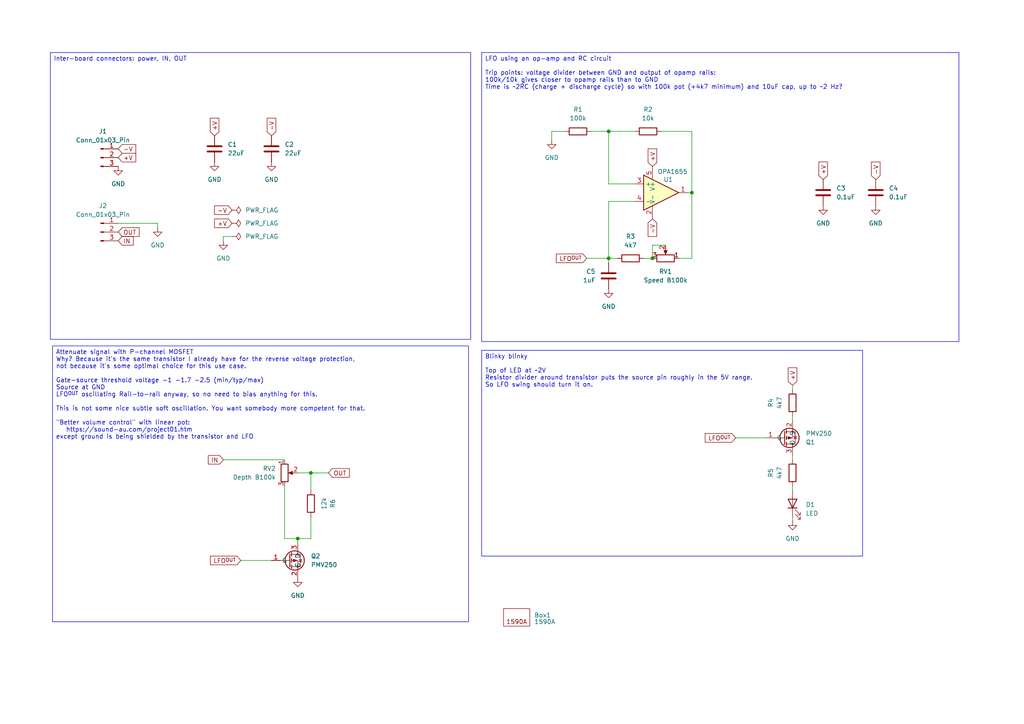
<source format=kicad_sch>
(kicad_sch (version 20231120) (generator "eeschema") (generator_version "8.0")
  (paper "A4")
  (title_block (title "Tremolo circuit") (date "2025-04-07") (rev "v1.0"))
  (lib_symbols
    (symbol "Connector:Conn_01x03_Pin" (pin_names (offset 1.016) hide)
      (property "Reference" "J" (at 0 5.08 0))
      (property "Value" "Conn_01x03_Pin" (at 0 -5.08 0))
      (symbol "Conn_01x03_Pin_1_1"
        (polyline (pts (xy 1.27 -2.54) (xy 0.8636 -2.54)) (stroke (width 0.1524)))
        (polyline (pts (xy 1.27 0) (xy 0.8636 0)) (stroke (width 0.1524)))
        (polyline (pts (xy 1.27 2.54) (xy 0.8636 2.54)) (stroke (width 0.1524)))
        (rectangle (start 0.8636 -2.413) (end 0 -2.667) (stroke (width 0.1524)) (fill (type outline)))
        (rectangle (start 0.8636 0.127) (end 0 -0.127) (stroke (width 0.1524)) (fill (type outline)))
        (rectangle (start 0.8636 2.667) (end 0 2.413) (stroke (width 0.1524)) (fill (type outline)))
        (pin passive line (at 5.08 2.54 180) (length 3.81) (name "Pin_1") (number "1"))
        (pin passive line (at 5.08 0 180) (length 3.81) (name "Pin_2") (number "2"))
        (pin passive line (at 5.08 -2.54 180) (length 3.81) (name "Pin_3") (number "3"))
      )
    )
    (symbol "Device:C" (pin_numbers hide) (pin_names (offset 0.254))
      (property "Reference" "C" (at 0.635 2.54 0))
      (property "Value" "C" (at 0.635 -2.54 0))
      (symbol "C_0_1"
        (polyline (pts (xy -2.032 -0.762) (xy 2.032 -0.762)) (stroke (width 0.508)))
        (polyline (pts (xy -2.032 0.762) (xy 2.032 0.762)) (stroke (width 0.508)))
      )
      (symbol "C_1_1"
        (pin passive line (at 0 3.81 270) (length 2.794) (name "~") (number "1"))
        (pin passive line (at 0 -3.81 90) (length 2.794) (name "~") (number "2"))
      )
    )
    (symbol "Device:LED" (pin_numbers hide) (pin_names (offset 1.016) hide)
      (property "Reference" "D" (at 0 2.54 0))
      (property "Value" "LED" (at 0 -2.54 0))
      (symbol "LED_0_1"
        (polyline (pts (xy -1.27 -1.27) (xy -1.27 1.27)) (stroke (width 0.254)))
        (polyline (pts (xy -1.27 0) (xy 1.27 0)))
        (polyline (pts (xy 1.27 -1.27) (xy 1.27 1.27) (xy -1.27 0) (xy 1.27 -1.27)) (stroke (width 0.254)))
        (polyline (pts (xy -3.048 -0.762) (xy -4.572 -2.286) (xy -3.81 -2.286) (xy -4.572 -2.286) (xy -4.572 -1.524)))
        (polyline (pts (xy -1.778 -0.762) (xy -3.302 -2.286) (xy -2.54 -2.286) (xy -3.302 -2.286) (xy -3.302 -1.524)))
      )
      (symbol "LED_1_1"
        (pin passive line (at -3.81 0 0) (length 2.54) (name "K") (number "1"))
        (pin passive line (at 3.81 0 180) (length 2.54) (name "A") (number "2"))
      )
    )
    (symbol "Device:R" (pin_numbers hide) (pin_names (offset 0))
      (property "Reference" "R" (at 2.032 0 90))
      (property "Value" "R" (at 0 0 90))
      (symbol "R_0_1"
        (rectangle (start -1.016 -2.54) (end 1.016 2.54) (stroke (width 0.254)))
      )
      (symbol "R_1_1"
        (pin passive line (at 0 3.81 270) (length 1.27) (name "~") (number "1"))
        (pin passive line (at 0 -3.81 90) (length 1.27) (name "~") (number "2"))
      )
    )
    (symbol "Device:R_Potentiometer" (pin_names (offset 1.016) hide)
      (property "Reference" "RV" (at -4.445 0 90))
      (property "Value" "R_Potentiometer" (at -2.54 0 90))
      (symbol "R_Potentiometer_0_1"
        (polyline (pts (xy 2.54 0) (xy 1.524 0)))
        (polyline (pts (xy 1.143 0) (xy 2.286 0.508) (xy 2.286 -0.508) (xy 1.143 0)) (fill (type outline)))
        (rectangle (start 1.016 2.54) (end -1.016 -2.54) (stroke (width 0.254)))
      )
      (symbol "R_Potentiometer_1_1"
        (pin passive line (at 0 3.81 270) (length 1.27) (name "1") (number "1"))
        (pin passive line (at 3.81 0 180) (length 1.27) (name "2") (number "2"))
        (pin passive line (at 0 -3.81 90) (length 1.27) (name "3") (number "3"))
      )
    )
    (symbol "Mylib:Enclosure_1590A"
      (property "Reference" "Box" (at 0 0 0))
      (symbol "Enclosure_1590A_0_1"
        (rectangle (start -3.81 1.27) (end 3.81 -3.81))
      )
      (symbol "Enclosure_1590A_1_1"
        (text "1590A" (at 0 -2.54 0) (effects (font (size 1.27 1.27))))
      )
    )
    (symbol "Mylib:OPA1655DVB"
      (property "Reference" "U" (at 6.858 3.81 0))
      (property "Value" "OPA1655" (at 8.128 6.096 0))
      (symbol "OPA1655DVB_0_1"
        (polyline (pts (xy 0 5.08) (xy 10.16 0) (xy 0 -5.08) (xy 0 5.08)) (stroke (width 0.254)) (fill (type background)))
        (pin power_in line (at 2.54 -7.62 90) (length 3.81) (name "V-") (number "2"))
        (pin power_in line (at 2.54 7.62 270) (length 3.81) (name "V+") (number "5"))
      )
      (symbol "OPA1655DVB_1_1"
        (pin output line (at 12.7 0 180) (length 2.54) (name "~") (number "1"))
        (pin input line (at -2.54 2.54 0) (length 2.54) (name "+") (number "3"))
        (pin input line (at -2.54 -2.54 0) (length 2.54) (name "-") (number "4"))
      )
    )
    (symbol "Mylib:PMV250EPEAR"
      (property "Reference" "Q" (at 0 4.572 0))
      (property "Value" "PMV250" (at 0 0 0))
      (symbol "PMV250EPEAR_0_1"
        (circle (center -1.778 0) (radius 0.254) (fill (type outline)))
        (circle (center 0 -0.889) (radius 2.794) (stroke (width 0.254)))
        (polyline (pts (xy -2.54 0) (xy -1.778 0)))
        (polyline (pts (xy -2.286 -1.778) (xy -1.27 -1.778)) (stroke (width 0.254)))
        (polyline (pts (xy -1.905 -2.286) (xy 1.905 -2.286)) (stroke (width 0.254)))
        (polyline (pts (xy -0.508 -1.778) (xy 0.508 -1.778)) (stroke (width 0.254)))
        (polyline (pts (xy 0 -2.286) (xy 0 -5.08)))
        (polyline (pts (xy 1.27 -1.778) (xy 2.286 -1.778)) (stroke (width 0.254)))
        (polyline (pts (xy 2.54 0) (xy 0 0) (xy 0 -1.778)))
        (polyline (pts (xy -1.778 -1.778) (xy -1.778 0.762) (xy 1.778 0.762) (xy 1.778 -1.778)))
        (polyline (pts (xy 0 -0.254) (xy -0.381 -1.27) (xy 0.381 -1.27) (xy 0 -0.254)) (fill (type outline)))
        (polyline (pts (xy 0.381 0.762) (xy -0.254 0.381) (xy -0.254 1.143) (xy 0.381 0.762)))
        (polyline (pts (xy 0.508 0.254) (xy 0.381 0.381) (xy 0.381 1.143) (xy 0.254 1.27)))
        (circle (center 1.778 0) (radius 0.254) (fill (type outline)))
      )
      (symbol "PMV250EPEAR_1_1"
        (pin input line (at 0 -7.62 90) (length 2.54) (name "G") (number "1"))
        (pin passive line (at 5.08 0 180) (length 2.54) (name "S") (number "2"))
        (pin passive line (at -5.08 0 0) (length 2.54) (name "D") (number "3"))
      )
    )
    (symbol "power:GND" (power) (pin_numbers hide) (pin_names (offset 0) hide)
      (property "Value" "GND" (at 0 -3.81 0))
      (symbol "GND_0_1"
        (polyline (pts (xy 0 0) (xy 0 -1.27) (xy 1.27 -1.27) (xy 0 -2.54) (xy -1.27 -1.27) (xy 0 -1.27)))
      )
      (symbol "GND_1_1"
        (pin power_in line (at 0 0 270) (length 0) (name "~") (number "1"))
      )
    )
    (symbol "power:PWR_FLAG" (power) (pin_numbers hide) (pin_names (offset 0) hide)
      (property "Value" "PWR_FLAG" (at 0 3.81 0))
      (symbol "PWR_FLAG_0_0"
        (pin power_out line (at 0 0 90) (length 0) (name "~") (number "1"))
      )
      (symbol "PWR_FLAG_0_1"
        (polyline (pts (xy 0 0) (xy 0 1.27) (xy -1.016 1.905) (xy 0 2.54) (xy 1.016 1.905) (xy 0 1.27)))
      )
    )
  )
  (junction (at 189.23 74.93))
  (junction (at 176.53 74.93))
  (junction (at 86.36 156.21))
  (junction (at 200.66 55.88))
  (junction (at 90.17 137.16))
  (junction (at 176.53 38.1))
  (wire (pts (xy 186.69 74.93) (xy 189.23 74.93)))
  (wire (pts (xy 200.66 55.88) (xy 200.66 74.93)))
  (wire (pts (xy 193.04 71.12) (xy 189.23 71.12)))
  (wire (pts (xy 170.18 74.93) (xy 176.53 74.93)))
  (wire (pts (xy 90.17 156.21) (xy 86.36 156.21)))
  (wire (pts (xy 229.87 121.92) (xy 229.87 120.65)))
  (wire (pts (xy 229.87 132.08) (xy 229.87 133.35)))
  (wire (pts (xy 213.36 127) (xy 222.25 127)))
  (wire (pts (xy 229.87 111.76) (xy 229.87 113.03)))
  (wire (pts (xy 176.53 58.42) (xy 184.15 58.42)))
  (wire (pts (xy 90.17 137.16) (xy 90.17 142.24)))
  (wire (pts (xy 90.17 149.86) (xy 90.17 156.21)))
  (wire (pts (xy 171.45 38.1) (xy 176.53 38.1)))
  (wire (pts (xy 191.77 38.1) (xy 200.66 38.1)))
  (wire (pts (xy 189.23 71.12) (xy 189.23 74.93)))
  (wire (pts (xy 229.87 140.97) (xy 229.87 142.24)))
  (wire (pts (xy 160.02 38.1) (xy 160.02 40.64)))
  (wire (pts (xy 176.53 58.42) (xy 176.53 74.93)))
  (wire (pts (xy 86.36 156.21) (xy 82.55 156.21)))
  (wire (pts (xy 90.17 137.16) (xy 86.36 137.16)))
  (wire (pts (xy 95.25 137.16) (xy 90.17 137.16)))
  (wire (pts (xy 176.53 74.93) (xy 179.07 74.93)))
  (wire (pts (xy 176.53 38.1) (xy 184.15 38.1)))
  (wire (pts (xy 200.66 74.93) (xy 196.85 74.93)))
  (wire (pts (xy 200.66 55.88) (xy 200.66 38.1)))
  (wire (pts (xy 64.77 133.35) (xy 82.55 133.35)))
  (wire (pts (xy 199.39 55.88) (xy 200.66 55.88)))
  (wire (pts (xy 45.72 64.77) (xy 45.72 66.04)))
  (wire (pts (xy 34.29 64.77) (xy 45.72 64.77)))
  (wire (pts (xy 176.53 74.93) (xy 176.53 76.2)))
  (wire (pts (xy 184.15 53.34) (xy 176.53 53.34)))
  (wire (pts (xy 86.36 156.21) (xy 86.36 157.48)))
  (wire (pts (xy 67.31 68.58) (xy 64.77 68.58)))
  (wire (pts (xy 64.77 68.58) (xy 64.77 69.85)))
  (wire (pts (xy 160.02 38.1) (xy 163.83 38.1)))
  (wire (pts (xy 69.85 162.56) (xy 78.74 162.56)))
  (wire (pts (xy 229.87 149.86) (xy 229.87 151.13)))
  (wire (pts (xy 82.55 156.21) (xy 82.55 140.97)))
  (wire (pts (xy 176.53 53.34) (xy 176.53 38.1)))
  (text_box "Attenuate signal with P-channel MOSFET\nWhy? Because it's the same transistor I already have for the reverse voltage protection,\nnot because it's some optimal choice for this use case.\n\nGate-source threshold voltage -1 -1.7 -2.5 (min/typ/max)\nSource at GND\nLFO^{OUT} oscillating Rail-to-rail anyway, so no need to bias anything for this.\n\nThis is not some nice subtle soft oscillation. You want somebody more competent for that.\n\n\"Better volume control\" with linear pot:\n   https://sound-au.com/project01.htm\nexcept ground is being shielded by the transistor and LFO" (at 15.24 100.33 0) (size 120.65 80.01) (effects (font (size 1.27 1.27)) (justify left top)))
  (text_box "LFO using an op-amp and RC circuit\n\nTrip points: voltage divider between GND and output of opamp rails:\n100k/10k gives closer to opamp rails than to GND\nTime is ~2RC (charge + discharge cycle) so with 100k pot (+4k7 minimum) and 10uF cap, up to ~2 Hz?" (at 139.7 15.24 0) (size 138.43 83.82) (effects (font (size 1.27 1.27)) (justify left top)))
  (text_box "Blinky blinky\n\nTop of LED at ~2V\nResistor divider around transistor puts the source pin roughly in the 5V range.\nSo LFO swing should turn it on." (at 139.7 101.6 0) (size 110.49 59.69) (effects (font (size 1.27 1.27)) (justify left top)))
  (text_box "Inter-board connectors: power, IN, OUT" (at 14.605 15.24 0) (size 121.92 83.185) (effects (font (size 1.27 1.27)) (justify left top)))
  (global_label "OUT" (shape input) (at 95.25 137.16 0) (property "Intersheetrefs" "${INTERSHEET_REFS}" (effects (hide yes))))
  (global_label "+V" (shape input) (at 189.23 48.26 90) (property "Intersheetrefs" "${INTERSHEET_REFS}" (effects (hide yes))))
  (global_label "IN" (shape input) (at 64.77 133.35 180) (property "Intersheetrefs" "${INTERSHEET_REFS}" (effects (hide yes))))
  (global_label "-V" (shape input) (at 189.23 63.5 270) (property "Intersheetrefs" "${INTERSHEET_REFS}" (effects (hide yes))))
  (global_label "+V" (shape input) (at 62.23 39.37 90) (property "Intersheetrefs" "${INTERSHEET_REFS}" (effects (hide yes))))
  (global_label "LFO^{OUT}" (shape input) (at 69.85 162.56 180) (property "Intersheetrefs" "${INTERSHEET_REFS}" (effects (hide yes))))
  (global_label "IN" (shape input) (at 34.29 69.85 0) (property "Intersheetrefs" "${INTERSHEET_REFS}" (effects (hide yes))))
  (global_label "+V" (shape input) (at 238.76 52.07 90) (property "Intersheetrefs" "${INTERSHEET_REFS}" (effects (hide yes))))
  (global_label "-V" (shape input) (at 67.31 60.96 180) (property "Intersheetrefs" "${INTERSHEET_REFS}" (effects (hide yes))))
  (global_label "OUT" (shape input) (at 34.29 67.31 0) (property "Intersheetrefs" "${INTERSHEET_REFS}" (effects (hide yes))))
  (global_label "+V" (shape input) (at 229.87 111.76 90) (property "Intersheetrefs" "${INTERSHEET_REFS}" (effects (hide yes))))
  (global_label "LFO^{OUT}" (shape input) (at 170.18 74.93 180) (property "Intersheetrefs" "${INTERSHEET_REFS}" (effects (hide yes))))
  (global_label "+V" (shape input) (at 34.29 45.72 0) (property "Intersheetrefs" "${INTERSHEET_REFS}" (effects (hide yes))))
  (global_label "-V" (shape input) (at 78.74 39.37 90) (property "Intersheetrefs" "${INTERSHEET_REFS}" (effects (hide yes))))
  (global_label "-V" (shape input) (at 34.29 43.18 0) (property "Intersheetrefs" "${INTERSHEET_REFS}" (effects (hide yes))))
  (global_label "+V" (shape input) (at 67.31 64.77 180) (property "Intersheetrefs" "${INTERSHEET_REFS}" (effects (hide yes))))
  (global_label "LFO^{OUT}" (shape input) (at 213.36 127 180) (property "Intersheetrefs" "${INTERSHEET_REFS}" (effects (hide yes))))
  (global_label "-V" (shape input) (at 254 52.07 90) (property "Intersheetrefs" "${INTERSHEET_REFS}" (effects (hide yes))))
  (symbol (lib_id "power:GND") (at 238.76 59.69 0) (unit 1)
    (property "Reference" "#PWR5" (effects (hide yes)))
    (property "Value" "GND" (at 238.76 64.77 0))
    (property "Description" "Power symbol creates a global label with name \"GND\" , ground" (effects (hide yes)))
  )
  (symbol (lib_id "power:GND") (at 62.23 46.99 0) (unit 1)
    (property "Reference" "#PWR2" (effects (hide yes)))
    (property "Value" "GND" (at 62.23 52.07 0))
    (property "Description" "Power symbol creates a global label with name \"GND\" , ground" (effects (hide yes)))
  )
  (symbol (lib_id "power:GND") (at 176.53 83.82 0) (unit 1)
    (property "Reference" "#PWR9" (effects (hide yes)))
    (property "Value" "GND" (at 176.53 88.9 0))
    (property "Description" "Power symbol creates a global label with name \"GND\" , ground" (effects (hide yes)))
  )
  (symbol (lib_id "power:GND") (at 229.87 151.13 0) (unit 1)
    (property "Reference" "#PWR10" (effects (hide yes)))
    (property "Value" "GND" (at 229.87 156.21 0))
    (property "Description" "Power symbol creates a global label with name \"GND\" , ground" (effects (hide yes)))
  )
  (symbol (lib_id "Device:R") (at 90.17 146.05 180) (unit 1)
    (property "Reference" "R6" (at 96.52 146.05 90))
    (property "Value" "12k" (at 93.98 146.05 90))
    (property "Footprint" "Resistor_SMD:R_0805_2012Metric_Pad1.20x1.40mm_HandSolder" (effects (hide yes)))
    (property "Description" "Resistor" (effects (hide yes)))
  )
  (symbol (lib_id "Mylib:OPA1655DVB") (at 186.69 55.88 0) (unit 1)
    (property "Reference" "U1" (at 193.802 52.07 0))
    (property "Value" "OPA1655" (at 195.072 49.784 0))
    (property "Footprint" "Package_TO_SOT_SMD:SOT-23-5" (effects (hide yes)))
    (property "Datasheet" "https://www.ti.com/lit/ds/symlink/opa1655.pdf" (effects (hide yes)))
    (property "Description" "Ultra-Low-Noise, Low-Distortion, FET-Input Audio Operational Amplifier" (effects (hide yes)))
  )
  (symbol (lib_id "Connector:Conn_01x03_Pin") (at 29.21 67.31 0) (unit 1)
    (property "Reference" "J2" (at 29.845 59.69 0))
    (property "Value" "Conn_01x03_Pin" (at 29.845 62.23 0))
    (property "Footprint" "Connector_PinHeader_2.54mm:PinHeader_1x03_P2.54mm_Vertical" (effects (hide yes)))
    (property "Description" "Generic connector, single row, 01x03, script generated" (effects (hide yes)))
  )
  (symbol (lib_id "Mylib:PMV250EPEAR") (at 229.87 127 270) (mirror x) (unit 1)
    (property "Reference" "Q1" (at 233.68 128.2701 90) (effects (justify left)))
    (property "Value" "PMV250" (at 233.68 125.7301 90) (effects (justify left)))
    (property "Footprint" "Package_TO_SOT_SMD:SOT-23-3" (effects (hide yes)))
    (property "Datasheet" "https://assets.nexperia.com/documents/data-sheet/PMV250EPEA.pdf" (effects (hide yes)))
    (property "Description" "P-channel enhancement mode FET" (effects (hide yes)))
  )
  (symbol (lib_id "power:GND") (at 78.74 46.99 0) (unit 1)
    (property "Reference" "#PWR3" (effects (hide yes)))
    (property "Value" "GND" (at 78.74 52.07 0))
    (property "Description" "Power symbol creates a global label with name \"GND\" , ground" (effects (hide yes)))
  )
  (symbol (lib_id "Device:R_Potentiometer") (at 193.04 74.93 270) (mirror x) (unit 1)
    (property "Reference" "RV1" (at 193.04 78.74 90))
    (property "Value" "Speed B100k" (at 193.04 81.28 90))
    (property "Footprint" "Potentiometer_THT:Potentiometer_Alpha_RD901F-40-00D_Single_Vertical" (effects (hide yes)))
    (property "Description" "Potentiometer" (effects (hide yes)))
  )
  (symbol (lib_id "power:PWR_FLAG") (at 67.31 68.58 270) (unit 1)
    (property "Reference" "#FLG3" (effects (hide yes)))
    (property "Value" "PWR_FLAG" (at 71.12 68.5801 90) (effects (justify left)))
    (property "Description" "Special symbol for telling ERC where power comes from" (effects (hide yes)))
  )
  (symbol (lib_id "Device:R") (at 229.87 137.16 0) (mirror x) (unit 1)
    (property "Reference" "R5" (at 223.52 137.16 90))
    (property "Value" "4k7" (at 226.06 137.16 90))
    (property "Footprint" "Resistor_SMD:R_0805_2012Metric_Pad1.20x1.40mm_HandSolder" (effects (hide yes)))
    (property "Description" "Resistor" (effects (hide yes)))
  )
  (symbol (lib_id "power:GND") (at 34.29 48.26 0) (unit 1)
    (property "Reference" "#PWR4" (effects (hide yes)))
    (property "Value" "GND" (at 34.29 53.34 0))
    (property "Description" "Power symbol creates a global label with name \"GND\" , ground" (effects (hide yes)))
  )
  (symbol (lib_id "Device:R") (at 187.96 38.1 270) (unit 1)
    (property "Reference" "R2" (at 187.96 31.75 90))
    (property "Value" "10k" (at 187.96 34.29 90))
    (property "Footprint" "Resistor_SMD:R_0805_2012Metric_Pad1.20x1.40mm_HandSolder" (effects (hide yes)))
    (property "Description" "Resistor" (effects (hide yes)))
  )
  (symbol (lib_id "power:GND") (at 86.36 167.64 0) (unit 1)
    (property "Reference" "#PWR11" (effects (hide yes)))
    (property "Value" "GND" (at 86.36 172.72 0))
    (property "Description" "Power symbol creates a global label with name \"GND\" , ground" (effects (hide yes)))
  )
  (symbol (lib_id "power:PWR_FLAG") (at 67.31 64.77 270) (unit 1)
    (property "Reference" "#FLG2" (effects (hide yes)))
    (property "Value" "PWR_FLAG" (at 71.12 64.7699 90) (effects (justify left)))
    (property "Description" "Special symbol for telling ERC where power comes from" (effects (hide yes)))
  )
  (symbol (lib_id "Device:C") (at 78.74 43.18 0) (unit 1)
    (property "Reference" "C2" (at 82.55 41.9099 0) (effects (justify left)))
    (property "Value" "22uF" (at 82.55 44.4499 0) (effects (justify left)))
    (property "Footprint" "Capacitor_SMD:C_1206_3216Metric_Pad1.33x1.80mm_HandSolder" (effects (hide yes)))
    (property "Description" "Unpolarized capacitor" (effects (hide yes)))
  )
  (symbol (lib_id "Device:R_Potentiometer") (at 82.55 137.16 0) (unit 1)
    (property "Reference" "RV2" (at 80.01 135.8899 0) (effects (justify right)))
    (property "Value" "Depth B100k" (at 80.01 138.4299 0) (effects (justify right)))
    (property "Footprint" "Potentiometer_THT:Potentiometer_Alpha_RD901F-40-00D_Single_Vertical" (effects (hide yes)))
    (property "Description" "Potentiometer" (effects (hide yes)))
  )
  (symbol (lib_id "Mylib:Enclosure_1590A") (at 149.86 177.8 0) (unit 1)
    (property "Reference" "Box1" (at 154.94 178.4349 0) (effects (justify left)))
    (property "Value" "1590A" (at 154.94 180.34 0) (effects (justify left)))
    (property "Footprint" "Mylib:1590A" (effects (hide yes)))
  )
  (symbol (lib_id "Device:R") (at 229.87 116.84 0) (mirror x) (unit 1)
    (property "Reference" "R4" (at 223.52 116.84 90))
    (property "Value" "4k7" (at 226.06 116.84 90))
    (property "Footprint" "Resistor_SMD:R_0805_2012Metric_Pad1.20x1.40mm_HandSolder" (effects (hide yes)))
    (property "Description" "Resistor" (effects (hide yes)))
  )
  (symbol (lib_id "power:GND") (at 64.77 69.85 0) (unit 1)
    (property "Reference" "#PWR8" (effects (hide yes)))
    (property "Value" "GND" (at 64.77 74.93 0))
    (property "Description" "Power symbol creates a global label with name \"GND\" , ground" (effects (hide yes)))
  )
  (symbol (lib_id "Device:C") (at 176.53 80.01 0) (mirror y) (unit 1)
    (property "Reference" "C5" (at 172.72 78.7399 0) (effects (justify left)))
    (property "Value" "1uF" (at 172.72 81.2799 0) (effects (justify left)))
    (property "Footprint" "Capacitor_SMD:C_1206_3216Metric_Pad1.33x1.80mm_HandSolder" (effects (hide yes)))
    (property "Description" "Unpolarized capacitor" (effects (hide yes)))
  )
  (symbol (lib_id "Device:C") (at 62.23 43.18 0) (unit 1)
    (property "Reference" "C1" (at 66.04 41.9099 0) (effects (justify left)))
    (property "Value" "22uF" (at 66.04 44.4499 0) (effects (justify left)))
    (property "Footprint" "Capacitor_SMD:C_1206_3216Metric_Pad1.33x1.80mm_HandSolder" (effects (hide yes)))
    (property "Description" "Unpolarized capacitor" (effects (hide yes)))
  )
  (symbol (lib_id "Device:C") (at 238.76 55.88 0) (unit 1)
    (property "Reference" "C3" (at 242.57 54.6099 0) (effects (justify left)))
    (property "Value" "0.1uF" (at 242.57 57.1499 0) (effects (justify left)))
    (property "Footprint" "Mylib:C_0704_1810Metric" (effects (hide yes)))
    (property "Description" "Unpolarized capacitor" (effects (hide yes)))
  )
  (symbol (lib_id "power:PWR_FLAG") (at 67.31 60.96 270) (unit 1)
    (property "Reference" "#FLG1" (effects (hide yes)))
    (property "Value" "PWR_FLAG" (at 71.12 60.9599 90) (effects (justify left)))
    (property "Description" "Special symbol for telling ERC where power comes from" (effects (hide yes)))
  )
  (symbol (lib_id "Device:R") (at 167.64 38.1 270) (unit 1)
    (property "Reference" "R1" (at 167.64 31.75 90))
    (property "Value" "100k" (at 167.64 34.29 90))
    (property "Footprint" "Resistor_SMD:R_0805_2012Metric_Pad1.20x1.40mm_HandSolder" (effects (hide yes)))
    (property "Description" "Resistor" (effects (hide yes)))
  )
  (symbol (lib_id "Mylib:PMV250EPEAR") (at 86.36 162.56 270) (unit 1)
    (property "Reference" "Q2" (at 90.17 161.2899 90) (effects (justify left)))
    (property "Value" "PMV250" (at 90.17 163.8299 90) (effects (justify left)))
    (property "Footprint" "Package_TO_SOT_SMD:SOT-23-3" (effects (hide yes)))
    (property "Datasheet" "https://assets.nexperia.com/documents/data-sheet/PMV250EPEA.pdf" (effects (hide yes)))
    (property "Description" "P-channel enhancement mode FET" (effects (hide yes)))
  )
  (symbol (lib_id "Device:LED") (at 229.87 146.05 90) (unit 1)
    (property "Reference" "D1" (at 233.68 146.3674 90) (effects (justify right)))
    (property "Value" "LED" (at 233.68 148.9074 90) (effects (justify right)))
    (property "Footprint" "LED_THT:LED_D3.0mm" (effects (hide yes)))
    (property "Description" "Light emitting diode" (effects (hide yes)))
  )
  (symbol (lib_id "Device:R") (at 182.88 74.93 90) (mirror x) (unit 1)
    (property "Reference" "R3" (at 182.88 68.58 90))
    (property "Value" "4k7" (at 182.88 71.12 90))
    (property "Footprint" "Resistor_SMD:R_0805_2012Metric_Pad1.20x1.40mm_HandSolder" (effects (hide yes)))
    (property "Description" "Resistor" (effects (hide yes)))
  )
  (symbol (lib_id "Connector:Conn_01x03_Pin") (at 29.21 45.72 0) (unit 1)
    (property "Reference" "J1" (at 29.845 38.1 0))
    (property "Value" "Conn_01x03_Pin" (at 29.845 40.64 0))
    (property "Footprint" "Connector_PinHeader_2.54mm:PinHeader_1x03_P2.54mm_Vertical" (effects (hide yes)))
    (property "Description" "Generic connector, single row, 01x03, script generated" (effects (hide yes)))
  )
  (symbol (lib_id "power:GND") (at 160.02 40.64 0) (unit 1)
    (property "Reference" "#PWR1" (effects (hide yes)))
    (property "Value" "GND" (at 160.02 45.72 0))
    (property "Description" "Power symbol creates a global label with name \"GND\" , ground" (effects (hide yes)))
  )
  (symbol (lib_id "power:GND") (at 45.72 66.04 0) (unit 1)
    (property "Reference" "#PWR7" (effects (hide yes)))
    (property "Value" "GND" (at 45.72 71.12 0))
    (property "Description" "Power symbol creates a global label with name \"GND\" , ground" (effects (hide yes)))
  )
  (symbol (lib_id "Device:C") (at 254 55.88 0) (unit 1)
    (property "Reference" "C4" (at 257.81 54.6099 0) (effects (justify left)))
    (property "Value" "0.1uF" (at 257.81 57.1499 0) (effects (justify left)))
    (property "Footprint" "Mylib:C_0704_1810Metric" (effects (hide yes)))
    (property "Description" "Unpolarized capacitor" (effects (hide yes)))
  )
  (symbol (lib_id "power:GND") (at 254 59.69 0) (unit 1)
    (property "Reference" "#PWR6" (effects (hide yes)))
    (property "Value" "GND" (at 254 64.77 0))
    (property "Description" "Power symbol creates a global label with name \"GND\" , ground" (effects (hide yes)))
  )
)
</source>
